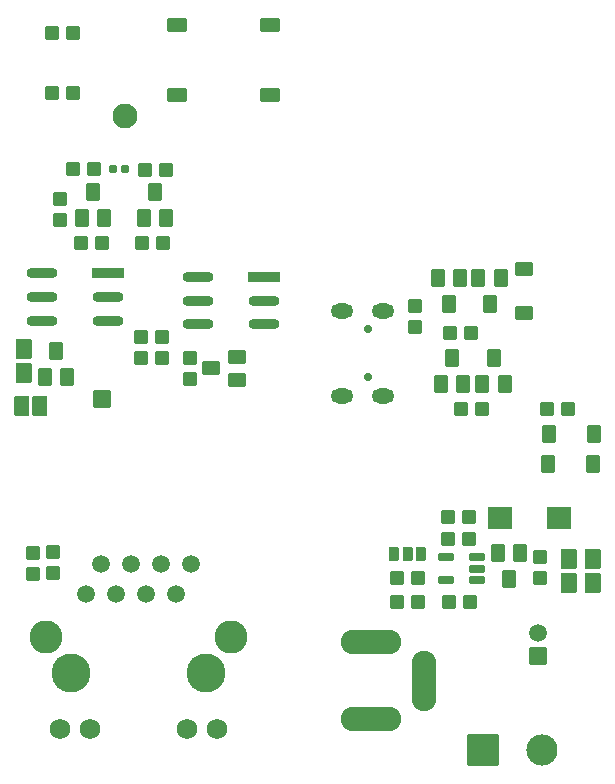
<source format=gbr>
%TF.GenerationSoftware,KiCad,Pcbnew,9.0.0*%
%TF.CreationDate,2025-04-12T10:41:42+08:00*%
%TF.ProjectId,ESP32-EVB_Rev_K1,45535033-322d-4455-9642-5f5265765f4b,K1*%
%TF.SameCoordinates,PXc1d4028PY6c847bc*%
%TF.FileFunction,Soldermask,Bot*%
%TF.FilePolarity,Negative*%
%FSLAX46Y46*%
G04 Gerber Fmt 4.6, Leading zero omitted, Abs format (unit mm)*
G04 Created by KiCad (PCBNEW 9.0.0) date 2025-04-12 10:41:42*
%MOMM*%
%LPD*%
G01*
G04 APERTURE LIST*
G04 Aperture macros list*
%AMRoundRect*
0 Rectangle with rounded corners*
0 $1 Rounding radius*
0 $2 $3 $4 $5 $6 $7 $8 $9 X,Y pos of 4 corners*
0 Add a 4 corners polygon primitive as box body*
4,1,4,$2,$3,$4,$5,$6,$7,$8,$9,$2,$3,0*
0 Add four circle primitives for the rounded corners*
1,1,$1+$1,$2,$3*
1,1,$1+$1,$4,$5*
1,1,$1+$1,$6,$7*
1,1,$1+$1,$8,$9*
0 Add four rect primitives between the rounded corners*
20,1,$1+$1,$2,$3,$4,$5,0*
20,1,$1+$1,$4,$5,$6,$7,0*
20,1,$1+$1,$6,$7,$8,$9,0*
20,1,$1+$1,$8,$9,$2,$3,0*%
G04 Aperture macros list end*
%ADD10O,5.101600X2.101600*%
%ADD11O,2.101600X5.101600*%
%ADD12RoundRect,0.050800X-1.270000X-1.270000X1.270000X-1.270000X1.270000X1.270000X-1.270000X1.270000X0*%
%ADD13C,2.641600*%
%ADD14C,2.101600*%
%ADD15RoundRect,0.050800X0.711200X-0.711200X0.711200X0.711200X-0.711200X0.711200X-0.711200X-0.711200X0*%
%ADD16C,3.301600*%
%ADD17C,1.511600*%
%ADD18C,1.751600*%
%ADD19C,2.801600*%
%ADD20RoundRect,0.050800X0.700000X-0.700000X0.700000X0.700000X-0.700000X0.700000X-0.700000X-0.700000X0*%
%ADD21C,1.501600*%
%ADD22C,0.701600*%
%ADD23O,1.901600X1.301600*%
%ADD24RoundRect,0.050800X1.000000X0.850000X-1.000000X0.850000X-1.000000X-0.850000X1.000000X-0.850000X0*%
%ADD25RoundRect,0.050800X0.500000X-0.700000X0.500000X0.700000X-0.500000X0.700000X-0.500000X-0.700000X0*%
%ADD26RoundRect,0.050800X-0.584200X-0.800100X0.584200X-0.800100X0.584200X0.800100X-0.584200X0.800100X0*%
%ADD27RoundRect,0.050800X0.508000X0.508000X-0.508000X0.508000X-0.508000X-0.508000X0.508000X-0.508000X0*%
%ADD28RoundRect,0.050800X0.762000X-0.508000X0.762000X0.508000X-0.762000X0.508000X-0.762000X-0.508000X0*%
%ADD29RoundRect,0.050800X0.508000X-0.508000X0.508000X0.508000X-0.508000X0.508000X-0.508000X-0.508000X0*%
%ADD30RoundRect,0.050800X-0.635000X0.762000X-0.635000X-0.762000X0.635000X-0.762000X0.635000X0.762000X0*%
%ADD31RoundRect,0.050800X-0.508000X-0.508000X0.508000X-0.508000X0.508000X0.508000X-0.508000X0.508000X0*%
%ADD32RoundRect,0.050800X-0.508000X0.508000X-0.508000X-0.508000X0.508000X-0.508000X0.508000X0.508000X0*%
%ADD33RoundRect,0.050800X-0.500000X0.700000X-0.500000X-0.700000X0.500000X-0.700000X0.500000X0.700000X0*%
%ADD34RoundRect,0.050800X0.635000X-0.762000X0.635000X0.762000X-0.635000X0.762000X-0.635000X-0.762000X0*%
%ADD35RoundRect,0.050800X-0.600000X-0.275000X0.600000X-0.275000X0.600000X0.275000X-0.600000X0.275000X0*%
%ADD36RoundRect,0.050800X-0.381000X-0.508000X0.381000X-0.508000X0.381000X0.508000X-0.381000X0.508000X0*%
%ADD37RoundRect,0.050800X-0.500000X-0.700000X0.500000X-0.700000X0.500000X0.700000X-0.500000X0.700000X0*%
%ADD38RoundRect,0.050800X0.500000X0.700000X-0.500000X0.700000X-0.500000X-0.700000X0.500000X-0.700000X0*%
%ADD39RoundRect,0.050800X-0.762000X0.508000X-0.762000X-0.508000X0.762000X-0.508000X0.762000X0.508000X0*%
%ADD40RoundRect,0.050800X0.700000X-0.500000X0.700000X0.500000X-0.700000X0.500000X-0.700000X-0.500000X0*%
%ADD41RoundRect,0.050800X0.250000X0.275000X-0.250000X0.275000X-0.250000X-0.275000X0.250000X-0.275000X0*%
%ADD42RoundRect,0.050800X-0.250000X-0.275000X0.250000X-0.275000X0.250000X0.275000X-0.250000X0.275000X0*%
%ADD43RoundRect,0.050800X-0.700000X-0.500000X0.700000X-0.500000X0.700000X0.500000X-0.700000X0.500000X0*%
%ADD44RoundRect,0.050800X1.270000X0.400000X-1.270000X0.400000X-1.270000X-0.400000X1.270000X-0.400000X0*%
%ADD45O,2.641600X0.901600*%
G04 APERTURE END LIST*
D10*
%TO.C,PWR1*%
X32192983Y13531010D03*
X32192983Y7031010D03*
D11*
X36642983Y10231010D03*
%TD*%
D12*
%TO.C,PWR2*%
X41597291Y4429099D03*
D13*
X46597291Y4429099D03*
%TD*%
D14*
%TO.C,U3*%
X11346949Y58063409D03*
%TD*%
D15*
%TO.C,U4*%
X9416949Y34123409D03*
%TD*%
D16*
%TO.C,LAN1*%
X6756949Y10928409D03*
X18186949Y10928409D03*
D17*
X8016949Y17628409D03*
X9286949Y20168409D03*
X10556949Y17628409D03*
X11826949Y20168409D03*
X13096949Y17628409D03*
X14366949Y20168409D03*
X15636949Y17628409D03*
X16906949Y20168409D03*
D18*
X16541949Y6179909D03*
X5861949Y6179909D03*
D19*
X4671949Y13978409D03*
X20271949Y13978409D03*
D18*
X19081949Y6179909D03*
X8401949Y6179909D03*
%TD*%
D20*
%TO.C,BAT1*%
X46312750Y12324500D03*
D21*
X46310210Y14336180D03*
%TD*%
D22*
%TO.C,USB-UART1*%
X31882412Y36014736D03*
X31882412Y40014736D03*
D23*
X33202412Y34414736D03*
X33202412Y41614736D03*
X29732412Y34414736D03*
X29732412Y41614736D03*
%TD*%
D24*
%TO.C,D4*%
X48114157Y24029575D03*
X43114157Y24029575D03*
%TD*%
D25*
%TO.C,FET1*%
X42894448Y21074006D03*
X44796908Y21074006D03*
X43841868Y18864206D03*
%TD*%
D26*
%TO.C,PHY_RST1*%
X2620269Y33552553D03*
X2620269Y33552553D03*
X4144269Y33552553D03*
%TD*%
D27*
%TO.C,R14*%
X6913949Y65122409D03*
X5135949Y65122409D03*
%TD*%
%TO.C,R35*%
X48849336Y33255813D03*
X47071336Y33255813D03*
%TD*%
D28*
%TO.C,BUT1*%
X23613949Y65793162D03*
X15739949Y65793162D03*
%TD*%
D29*
%TO.C,C23*%
X35840407Y40230254D03*
X35840407Y42008254D03*
%TD*%
D25*
%TO.C,Q5*%
X37820306Y44391220D03*
X39722766Y44391220D03*
X38767726Y42181420D03*
%TD*%
D27*
%TO.C,R45*%
X14579990Y47343104D03*
X12801990Y47343104D03*
%TD*%
D30*
%TO.C,C3*%
X48905172Y20587594D03*
X50937172Y20587594D03*
%TD*%
%TO.C,C4*%
X48905172Y18555594D03*
X50937172Y18555594D03*
%TD*%
D31*
%TO.C,R37*%
X38810266Y39683780D03*
X40588266Y39683780D03*
%TD*%
D27*
%TO.C,R44*%
X41588266Y33283780D03*
X39810266Y33283780D03*
%TD*%
D32*
%TO.C,C29*%
X12697449Y39392909D03*
X12697449Y37614909D03*
%TD*%
D29*
%TO.C,R50*%
X16797449Y35825909D03*
X16797449Y37603909D03*
%TD*%
D32*
%TO.C,R51*%
X14497449Y39381909D03*
X14497449Y37603909D03*
%TD*%
D33*
%TO.C,FET3*%
X6439372Y36017130D03*
X4536912Y36017130D03*
X5491952Y38226930D03*
%TD*%
D34*
%TO.C,L5*%
X2798976Y36363788D03*
X2798976Y38395788D03*
%TD*%
D35*
%TO.C,U1*%
X41096913Y20711848D03*
X41096913Y19761848D03*
X41096913Y18811848D03*
X38496913Y18811848D03*
X38496913Y20711848D03*
%TD*%
D27*
%TO.C,R8*%
X40419034Y22297205D03*
X38641034Y22297205D03*
%TD*%
D36*
%TO.C,BAT/BUT1*%
X34114336Y21008601D03*
X35257336Y21008601D03*
X36400336Y21008601D03*
%TD*%
D37*
%TO.C,D7*%
X47182932Y28652528D03*
X50982932Y28652528D03*
%TD*%
D27*
%TO.C,R10*%
X36117158Y16926717D03*
X34339158Y16926717D03*
%TD*%
%TO.C,R9*%
X40579130Y16900338D03*
X38801130Y16900338D03*
%TD*%
%TO.C,C30*%
X36117158Y18943142D03*
X34339158Y18943142D03*
%TD*%
D38*
%TO.C,U9*%
X39949266Y35383780D03*
X38049266Y35383780D03*
X38999266Y37583780D03*
%TD*%
%TO.C,D8*%
X50997759Y31187886D03*
X47197759Y31187886D03*
%TD*%
D32*
%TO.C,R24*%
X5815502Y51090971D03*
X5815502Y49312971D03*
%TD*%
D29*
%TO.C,R17*%
X46497325Y18954394D03*
X46497325Y20732394D03*
%TD*%
D27*
%TO.C,R7*%
X40419034Y24120883D03*
X38641034Y24120883D03*
%TD*%
%TO.C,C31*%
X6900949Y60001409D03*
X5122949Y60001409D03*
%TD*%
D39*
%TO.C,RST1*%
X15739949Y59843409D03*
X23613949Y59843409D03*
%TD*%
D27*
%TO.C,R46*%
X9388033Y47345996D03*
X7610033Y47345996D03*
%TD*%
D32*
%TO.C,R25*%
X3539944Y21048790D03*
X3539944Y19270790D03*
%TD*%
D38*
%TO.C,U10*%
X43494806Y35395080D03*
X41594806Y35395080D03*
X42544806Y37595080D03*
%TD*%
D29*
%TO.C,C11*%
X5257618Y19354989D03*
X5257618Y21132989D03*
%TD*%
D40*
%TO.C,D9*%
X45085606Y41368827D03*
X45085606Y45168827D03*
%TD*%
D25*
%TO.C,Q4*%
X41249306Y44391220D03*
X43151766Y44391220D03*
X42196726Y42181420D03*
%TD*%
D38*
%TO.C,D10*%
X9553416Y49472011D03*
X7653416Y49472011D03*
X8603416Y51672011D03*
%TD*%
D27*
%TO.C,R52*%
X8671448Y53578213D03*
X6893448Y53578213D03*
%TD*%
D41*
%TO.C,R58*%
X10339318Y53578213D03*
D42*
X11355318Y53578213D03*
%TD*%
D38*
%TO.C,U11*%
X14827643Y49486210D03*
X12927643Y49486210D03*
X13877643Y51686210D03*
%TD*%
D43*
%TO.C,FET4*%
X20804889Y37664869D03*
X20804889Y35762409D03*
X18595089Y36717449D03*
%TD*%
D27*
%TO.C,C32*%
X14756280Y53522079D03*
X12978280Y53522079D03*
%TD*%
D44*
%TO.C,U13*%
X9922435Y44754035D03*
D45*
X4334435Y44754035D03*
X9922435Y42754035D03*
X4334435Y42754035D03*
X9922435Y40754035D03*
X4334435Y40754035D03*
%TD*%
D44*
%TO.C,U12*%
X23120158Y44455114D03*
D45*
X17532158Y44455114D03*
X23120158Y42455114D03*
X17532158Y42455114D03*
X23120158Y40455114D03*
X17532158Y40455114D03*
%TD*%
M02*

</source>
